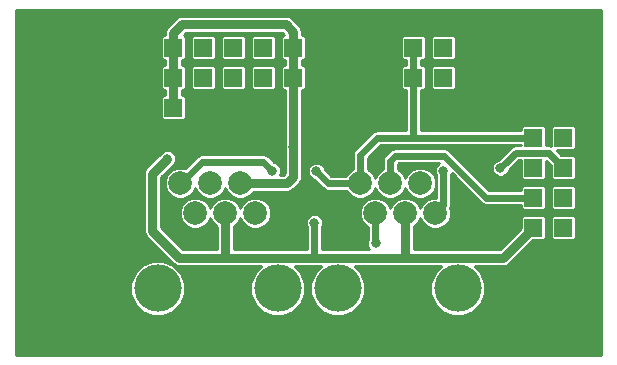
<source format=gbr>
G04 #@! TF.GenerationSoftware,KiCad,Pcbnew,no-vcs-found-7409~56~ubuntu16.04.1*
G04 #@! TF.CreationDate,2017-01-02T13:20:13+01:00*
G04 #@! TF.ProjectId,RJ12V01A,524A3132563031412E6B696361645F70,REV*
G04 #@! TF.FileFunction,Copper,L1,Top,Signal*
G04 #@! TF.FilePolarity,Positive*
%FSLAX46Y46*%
G04 Gerber Fmt 4.6, Leading zero omitted, Abs format (unit mm)*
G04 Created by KiCad (PCBNEW no-vcs-found-7409~56~ubuntu16.04.1) date Mon Jan  2 13:20:13 2017*
%MOMM*%
%LPD*%
G01*
G04 APERTURE LIST*
%ADD10C,0.150000*%
%ADD11C,6.000000*%
%ADD12R,1.524000X1.524000*%
%ADD13C,2.000000*%
%ADD14C,4.000000*%
%ADD15C,0.800000*%
%ADD16C,0.200000*%
%ADD17C,0.600000*%
%ADD18C,0.800000*%
%ADD19C,0.254000*%
G04 APERTURE END LIST*
D10*
D11*
X45720000Y25400000D03*
X5080000Y25400000D03*
X5080000Y5080000D03*
X45720000Y5080000D03*
D12*
X13970000Y26670000D03*
X13970000Y24130000D03*
X16510000Y26670000D03*
X16510000Y24130000D03*
X19050000Y24130000D03*
X19050000Y26670000D03*
X21590000Y26670000D03*
X21590000Y24130000D03*
X24130000Y24130000D03*
X24130000Y26670000D03*
X36830000Y26670000D03*
X36830000Y24130000D03*
X34290000Y26670000D03*
X34290000Y24130000D03*
X13970000Y21590000D03*
X11430000Y21590000D03*
X46990000Y19050000D03*
X44450000Y19050000D03*
X46990000Y16510000D03*
X44450000Y16510000D03*
D13*
X34869200Y15186500D03*
X32329200Y15186500D03*
X29789200Y15186500D03*
X31059200Y12646500D03*
X36139200Y12646500D03*
X33599200Y12646500D03*
D14*
X38049200Y6286500D03*
X27889200Y6286500D03*
X12649200Y6286500D03*
X22809200Y6286500D03*
D13*
X18359200Y12646500D03*
X20899200Y12646500D03*
X15819200Y12646500D03*
X14549200Y15186500D03*
X17089200Y15186500D03*
X19629200Y15186500D03*
D12*
X44450000Y13970000D03*
X46990000Y13970000D03*
X46990000Y11430000D03*
X44450000Y11430000D03*
X6350000Y11430000D03*
X3810000Y11430000D03*
X6350000Y13970000D03*
X3810000Y13970000D03*
X6350000Y16510000D03*
X3810000Y16510000D03*
X6350000Y19050000D03*
X3810000Y19050000D03*
D15*
X29210000Y11938012D03*
X28194000Y11938006D03*
X27178000Y11938008D03*
X24130000Y11937998D03*
X23114000Y11937988D03*
X16256000Y10922000D03*
X16764000Y10160000D03*
X15494000Y10160000D03*
X14986000Y11176000D03*
X13716000Y11176000D03*
X14478000Y10414000D03*
X12192000Y9398000D03*
X25908000Y11839700D03*
X13462000Y17272000D03*
X26060400Y16205200D03*
X22352000Y16256000D03*
X24130000Y18273087D03*
X41656000Y16459200D03*
X36830000Y16256000D03*
X31089602Y10109200D03*
D16*
X27178000Y11938008D02*
X28193998Y11938008D01*
X28193998Y11938008D02*
X28194000Y11938006D01*
X24129990Y11937988D02*
X24130000Y11937998D01*
X23114000Y11937988D02*
X24129990Y11937988D01*
D17*
X16110001Y10776001D02*
X16256000Y10922000D01*
X15385999Y10776001D02*
X16110001Y10776001D01*
X14986000Y11176000D02*
X15385999Y10776001D01*
X15494000Y10160000D02*
X16764000Y10160000D01*
X14478000Y10414000D02*
X13716000Y11176000D01*
X5080000Y5080000D02*
X9398000Y9398000D01*
X9398000Y9398000D02*
X12192000Y9398000D01*
D18*
X33528000Y8886501D02*
X33524501Y8890000D01*
X33524501Y8890000D02*
X29467499Y8890000D01*
X29467499Y8890000D02*
X29464000Y8886501D01*
X29464000Y8886501D02*
X29721499Y8886501D01*
X29464000Y8886501D02*
X25908000Y8886501D01*
X25908000Y8886501D02*
X18288000Y8886501D01*
D17*
X25908000Y11839700D02*
X25908000Y11274015D01*
X25908000Y11274015D02*
X25908000Y8886501D01*
D18*
X41906501Y8886501D02*
X33528000Y8886501D01*
X33528000Y8886501D02*
X33599200Y8957701D01*
X33599200Y8957701D02*
X33599200Y12646500D01*
X18288000Y8886501D02*
X14481499Y8886501D01*
X18288000Y8886501D02*
X18359200Y8957701D01*
X18359200Y8957701D02*
X18359200Y12646500D01*
X44450000Y11430000D02*
X41906501Y8886501D01*
X12949199Y16759199D02*
X13462000Y17272000D01*
X14481499Y8886501D02*
X12192000Y11176000D01*
X12192000Y11176000D02*
X12192000Y16002000D01*
X12192000Y16002000D02*
X12949199Y16759199D01*
D17*
X44450000Y13970000D02*
X40448002Y13970000D01*
X36892002Y17526000D02*
X32766000Y17526000D01*
X40448002Y13970000D02*
X36892002Y17526000D01*
X32766000Y17526000D02*
X32329200Y17089200D01*
X32329200Y17089200D02*
X32329200Y15186500D01*
X26460399Y15805201D02*
X26060400Y16205200D01*
X27079100Y15186500D02*
X26460399Y15805201D01*
X29789200Y15186500D02*
X27079100Y15186500D01*
X14549200Y15186500D02*
X14576900Y15186500D01*
X14576900Y15186500D02*
X16408400Y17018000D01*
X16408400Y17018000D02*
X21590000Y17018000D01*
X21590000Y17018000D02*
X22352000Y16256000D01*
X44450000Y19050000D02*
X34290000Y19050000D01*
X34290000Y19050000D02*
X31242000Y19050000D01*
X34290000Y24130000D02*
X34290000Y19050000D01*
X34290000Y26670000D02*
X34290000Y24130000D01*
X29789200Y17597200D02*
X29789200Y15186500D01*
X31242000Y19050000D02*
X29789200Y17597200D01*
D18*
X13970000Y26670000D02*
X13970000Y27889200D01*
X13970000Y27889200D02*
X14732000Y28651200D01*
X14732000Y28651200D02*
X23469600Y28651200D01*
X23469600Y28651200D02*
X24130000Y27990800D01*
X24130000Y27990800D02*
X24130000Y26670000D01*
X23568500Y15186500D02*
X24130000Y15748000D01*
X24130000Y15748000D02*
X24130000Y18273087D01*
X19629200Y15186500D02*
X23568500Y15186500D01*
X13970000Y24130000D02*
X13970000Y26670000D01*
X13970000Y21590000D02*
X13970000Y24130000D01*
X24130000Y26670000D02*
X24130000Y24130000D01*
X24130000Y18273087D02*
X24130000Y22568000D01*
X24130000Y22568000D02*
X24130000Y24130000D01*
D17*
X42055999Y16859199D02*
X41656000Y16459200D01*
X45727999Y17772001D02*
X42968801Y17772001D01*
X46990000Y16510000D02*
X45727999Y17772001D01*
X42968801Y17772001D02*
X42055999Y16859199D01*
X36830000Y16256000D02*
X36830000Y13337300D01*
X36830000Y13337300D02*
X36139200Y12646500D01*
X31059200Y12646500D02*
X31059200Y10139602D01*
X31059200Y10139602D02*
X31089602Y10109200D01*
D19*
G36*
X50144000Y656000D02*
X656000Y656000D01*
X656000Y5825662D01*
X10321797Y5825662D01*
X10675315Y4970082D01*
X11329339Y4314915D01*
X12184300Y3959904D01*
X13110038Y3959097D01*
X13965618Y4312615D01*
X14620785Y4966639D01*
X14975796Y5821600D01*
X14976603Y6747338D01*
X14623085Y7602918D01*
X13969061Y8258085D01*
X13114100Y8613096D01*
X12188362Y8613903D01*
X11332782Y8260385D01*
X10677615Y7606361D01*
X10322604Y6751400D01*
X10321797Y5825662D01*
X656000Y5825662D01*
X656000Y16002000D01*
X11464999Y16002000D01*
X11465000Y16001995D01*
X11465000Y11176005D01*
X11464999Y11176000D01*
X11477616Y11112574D01*
X11520340Y10897789D01*
X11656010Y10694743D01*
X11677933Y10661933D01*
X13967430Y8372437D01*
X13967432Y8372434D01*
X14065019Y8307229D01*
X14203289Y8214840D01*
X14481499Y8159500D01*
X14481504Y8159501D01*
X18287995Y8159501D01*
X18288000Y8159500D01*
X18288005Y8159501D01*
X21391722Y8159501D01*
X20837615Y7606361D01*
X20482604Y6751400D01*
X20481797Y5825662D01*
X20835315Y4970082D01*
X21489339Y4314915D01*
X22344300Y3959904D01*
X23270038Y3959097D01*
X24125618Y4312615D01*
X24780785Y4966639D01*
X25135796Y5821600D01*
X25136603Y6747338D01*
X24783085Y7602918D01*
X24227473Y8159501D01*
X26471722Y8159501D01*
X25917615Y7606361D01*
X25562604Y6751400D01*
X25561797Y5825662D01*
X25915315Y4970082D01*
X26569339Y4314915D01*
X27424300Y3959904D01*
X28350038Y3959097D01*
X29205618Y4312615D01*
X29860785Y4966639D01*
X30215796Y5821600D01*
X30216603Y6747338D01*
X29863085Y7602918D01*
X29307473Y8159501D01*
X29463995Y8159501D01*
X29464000Y8159500D01*
X29464005Y8159501D01*
X29721499Y8159501D01*
X29739090Y8163000D01*
X33510405Y8163000D01*
X33528000Y8159500D01*
X33528005Y8159501D01*
X36631722Y8159501D01*
X36077615Y7606361D01*
X35722604Y6751400D01*
X35721797Y5825662D01*
X36075315Y4970082D01*
X36729339Y4314915D01*
X37584300Y3959904D01*
X38510038Y3959097D01*
X39365618Y4312615D01*
X40020785Y4966639D01*
X40375796Y5821600D01*
X40376603Y6747338D01*
X40023085Y7602918D01*
X39467473Y8159501D01*
X41906496Y8159501D01*
X41906501Y8159500D01*
X42138553Y8205659D01*
X42184712Y8214841D01*
X42420568Y8372434D01*
X42420569Y8372435D01*
X44382727Y10334594D01*
X45212000Y10334594D01*
X45339589Y10359973D01*
X45447754Y10432246D01*
X45520027Y10540411D01*
X45545406Y10668000D01*
X45545406Y12192000D01*
X45894594Y12192000D01*
X45894594Y10668000D01*
X45919973Y10540411D01*
X45992246Y10432246D01*
X46100411Y10359973D01*
X46228000Y10334594D01*
X47752000Y10334594D01*
X47879589Y10359973D01*
X47987754Y10432246D01*
X48060027Y10540411D01*
X48085406Y10668000D01*
X48085406Y12192000D01*
X48060027Y12319589D01*
X47987754Y12427754D01*
X47879589Y12500027D01*
X47752000Y12525406D01*
X46228000Y12525406D01*
X46100411Y12500027D01*
X45992246Y12427754D01*
X45919973Y12319589D01*
X45894594Y12192000D01*
X45545406Y12192000D01*
X45520027Y12319589D01*
X45447754Y12427754D01*
X45339589Y12500027D01*
X45212000Y12525406D01*
X43688000Y12525406D01*
X43560411Y12500027D01*
X43452246Y12427754D01*
X43379973Y12319589D01*
X43354594Y12192000D01*
X43354594Y11362727D01*
X41605367Y9613501D01*
X34326200Y9613501D01*
X34326200Y11511075D01*
X34349903Y11520869D01*
X34723519Y11893834D01*
X34869309Y12244933D01*
X35013569Y11895797D01*
X35386534Y11522181D01*
X35874085Y11319731D01*
X36401998Y11319271D01*
X36889903Y11520869D01*
X37263519Y11893834D01*
X37465969Y12381385D01*
X37466429Y12909298D01*
X37396576Y13078356D01*
X37409273Y13097358D01*
X37457000Y13337300D01*
X37457000Y15870235D01*
X37516871Y16014419D01*
X40004646Y13526644D01*
X40208059Y13390728D01*
X40448002Y13343000D01*
X43354594Y13343000D01*
X43354594Y13208000D01*
X43379973Y13080411D01*
X43452246Y12972246D01*
X43560411Y12899973D01*
X43688000Y12874594D01*
X45212000Y12874594D01*
X45339589Y12899973D01*
X45447754Y12972246D01*
X45520027Y13080411D01*
X45545406Y13208000D01*
X45545406Y14732000D01*
X45894594Y14732000D01*
X45894594Y13208000D01*
X45919973Y13080411D01*
X45992246Y12972246D01*
X46100411Y12899973D01*
X46228000Y12874594D01*
X47752000Y12874594D01*
X47879589Y12899973D01*
X47987754Y12972246D01*
X48060027Y13080411D01*
X48085406Y13208000D01*
X48085406Y14732000D01*
X48060027Y14859589D01*
X47987754Y14967754D01*
X47879589Y15040027D01*
X47752000Y15065406D01*
X46228000Y15065406D01*
X46100411Y15040027D01*
X45992246Y14967754D01*
X45919973Y14859589D01*
X45894594Y14732000D01*
X45545406Y14732000D01*
X45520027Y14859589D01*
X45447754Y14967754D01*
X45339589Y15040027D01*
X45212000Y15065406D01*
X43688000Y15065406D01*
X43560411Y15040027D01*
X43452246Y14967754D01*
X43379973Y14859589D01*
X43354594Y14732000D01*
X43354594Y14597000D01*
X40707714Y14597000D01*
X37335358Y17969356D01*
X37131945Y18105272D01*
X36892002Y18153000D01*
X32766000Y18153000D01*
X32526057Y18105272D01*
X32322644Y17969356D01*
X31885844Y17532556D01*
X31749928Y17329143D01*
X31702200Y17089200D01*
X31702200Y16363244D01*
X31578497Y16312131D01*
X31204881Y15939166D01*
X31059091Y15588067D01*
X30914831Y15937203D01*
X30541866Y16310819D01*
X30416200Y16363000D01*
X30416200Y17337488D01*
X31501712Y18423000D01*
X43354594Y18423000D01*
X43354594Y18399001D01*
X42968801Y18399001D01*
X42728859Y18351274D01*
X42525445Y18215357D01*
X41485422Y17175334D01*
X41244725Y17075880D01*
X41040039Y16871550D01*
X40929126Y16604444D01*
X40928874Y16315225D01*
X41039320Y16047925D01*
X41243650Y15843239D01*
X41510756Y15732326D01*
X41799975Y15732074D01*
X42067275Y15842520D01*
X42271961Y16046850D01*
X42372511Y16288999D01*
X43228513Y17145001D01*
X43354594Y17145001D01*
X43354594Y15748000D01*
X43379973Y15620411D01*
X43452246Y15512246D01*
X43560411Y15439973D01*
X43688000Y15414594D01*
X45212000Y15414594D01*
X45339589Y15439973D01*
X45447754Y15512246D01*
X45520027Y15620411D01*
X45545406Y15748000D01*
X45545406Y17067882D01*
X45894594Y16718694D01*
X45894594Y15748000D01*
X45919973Y15620411D01*
X45992246Y15512246D01*
X46100411Y15439973D01*
X46228000Y15414594D01*
X47752000Y15414594D01*
X47879589Y15439973D01*
X47987754Y15512246D01*
X48060027Y15620411D01*
X48085406Y15748000D01*
X48085406Y17272000D01*
X48060027Y17399589D01*
X47987754Y17507754D01*
X47879589Y17580027D01*
X47752000Y17605406D01*
X46781306Y17605406D01*
X46432118Y17954594D01*
X47752000Y17954594D01*
X47879589Y17979973D01*
X47987754Y18052246D01*
X48060027Y18160411D01*
X48085406Y18288000D01*
X48085406Y19812000D01*
X48060027Y19939589D01*
X47987754Y20047754D01*
X47879589Y20120027D01*
X47752000Y20145406D01*
X46228000Y20145406D01*
X46100411Y20120027D01*
X45992246Y20047754D01*
X45919973Y19939589D01*
X45894594Y19812000D01*
X45894594Y18365863D01*
X45727999Y18399001D01*
X45545406Y18399001D01*
X45545406Y19812000D01*
X45520027Y19939589D01*
X45447754Y20047754D01*
X45339589Y20120027D01*
X45212000Y20145406D01*
X43688000Y20145406D01*
X43560411Y20120027D01*
X43452246Y20047754D01*
X43379973Y19939589D01*
X43354594Y19812000D01*
X43354594Y19677000D01*
X34917000Y19677000D01*
X34917000Y23034594D01*
X35052000Y23034594D01*
X35179589Y23059973D01*
X35287754Y23132246D01*
X35360027Y23240411D01*
X35385406Y23368000D01*
X35385406Y24892000D01*
X35734594Y24892000D01*
X35734594Y23368000D01*
X35759973Y23240411D01*
X35832246Y23132246D01*
X35940411Y23059973D01*
X36068000Y23034594D01*
X37592000Y23034594D01*
X37719589Y23059973D01*
X37827754Y23132246D01*
X37900027Y23240411D01*
X37925406Y23368000D01*
X37925406Y24892000D01*
X37900027Y25019589D01*
X37827754Y25127754D01*
X37719589Y25200027D01*
X37592000Y25225406D01*
X36068000Y25225406D01*
X35940411Y25200027D01*
X35832246Y25127754D01*
X35759973Y25019589D01*
X35734594Y24892000D01*
X35385406Y24892000D01*
X35360027Y25019589D01*
X35287754Y25127754D01*
X35179589Y25200027D01*
X35052000Y25225406D01*
X34917000Y25225406D01*
X34917000Y25574594D01*
X35052000Y25574594D01*
X35179589Y25599973D01*
X35287754Y25672246D01*
X35360027Y25780411D01*
X35385406Y25908000D01*
X35385406Y27432000D01*
X35734594Y27432000D01*
X35734594Y25908000D01*
X35759973Y25780411D01*
X35832246Y25672246D01*
X35940411Y25599973D01*
X36068000Y25574594D01*
X37592000Y25574594D01*
X37719589Y25599973D01*
X37827754Y25672246D01*
X37900027Y25780411D01*
X37925406Y25908000D01*
X37925406Y27432000D01*
X37900027Y27559589D01*
X37827754Y27667754D01*
X37719589Y27740027D01*
X37592000Y27765406D01*
X36068000Y27765406D01*
X35940411Y27740027D01*
X35832246Y27667754D01*
X35759973Y27559589D01*
X35734594Y27432000D01*
X35385406Y27432000D01*
X35360027Y27559589D01*
X35287754Y27667754D01*
X35179589Y27740027D01*
X35052000Y27765406D01*
X33528000Y27765406D01*
X33400411Y27740027D01*
X33292246Y27667754D01*
X33219973Y27559589D01*
X33194594Y27432000D01*
X33194594Y25908000D01*
X33219973Y25780411D01*
X33292246Y25672246D01*
X33400411Y25599973D01*
X33528000Y25574594D01*
X33663000Y25574594D01*
X33663000Y25225406D01*
X33528000Y25225406D01*
X33400411Y25200027D01*
X33292246Y25127754D01*
X33219973Y25019589D01*
X33194594Y24892000D01*
X33194594Y23368000D01*
X33219973Y23240411D01*
X33292246Y23132246D01*
X33400411Y23059973D01*
X33528000Y23034594D01*
X33663000Y23034594D01*
X33663000Y19677000D01*
X31242000Y19677000D01*
X31002057Y19629272D01*
X30798644Y19493356D01*
X29345844Y18040556D01*
X29209928Y17837143D01*
X29162200Y17597200D01*
X29162200Y16363244D01*
X29038497Y16312131D01*
X28664881Y15939166D01*
X28612700Y15813500D01*
X27338812Y15813500D01*
X26776534Y16375778D01*
X26677080Y16616475D01*
X26472750Y16821161D01*
X26205644Y16932074D01*
X25916425Y16932326D01*
X25649125Y16821880D01*
X25444439Y16617550D01*
X25333526Y16350444D01*
X25333274Y16061225D01*
X25443720Y15793925D01*
X25648050Y15589239D01*
X25890199Y15488689D01*
X26635744Y14743144D01*
X26839157Y14607228D01*
X27079100Y14559500D01*
X28612456Y14559500D01*
X28663569Y14435797D01*
X29036534Y14062181D01*
X29524085Y13859731D01*
X30051998Y13859271D01*
X30539903Y14060869D01*
X30913519Y14433834D01*
X31059309Y14784933D01*
X31203569Y14435797D01*
X31576534Y14062181D01*
X32064085Y13859731D01*
X32591998Y13859271D01*
X33079903Y14060869D01*
X33453519Y14433834D01*
X33599309Y14784933D01*
X33743569Y14435797D01*
X34116534Y14062181D01*
X34604085Y13859731D01*
X35131998Y13859271D01*
X35619903Y14060869D01*
X35993519Y14433834D01*
X36195969Y14921385D01*
X36196429Y15449298D01*
X35994831Y15937203D01*
X35621866Y16310819D01*
X35134315Y16513269D01*
X34606402Y16513729D01*
X34118497Y16312131D01*
X33744881Y15939166D01*
X33599091Y15588067D01*
X33454831Y15937203D01*
X33081866Y16310819D01*
X32956200Y16363000D01*
X32956200Y16829488D01*
X33025712Y16899000D01*
X36482424Y16899000D01*
X36418725Y16872680D01*
X36214039Y16668350D01*
X36103126Y16401244D01*
X36102874Y16112025D01*
X36203000Y15869701D01*
X36203000Y13973444D01*
X35876402Y13973729D01*
X35388497Y13772131D01*
X35014881Y13399166D01*
X34869091Y13048067D01*
X34724831Y13397203D01*
X34351866Y13770819D01*
X33864315Y13973269D01*
X33336402Y13973729D01*
X32848497Y13772131D01*
X32474881Y13399166D01*
X32329091Y13048067D01*
X32184831Y13397203D01*
X31811866Y13770819D01*
X31324315Y13973269D01*
X30796402Y13973729D01*
X30308497Y13772131D01*
X29934881Y13399166D01*
X29732431Y12911615D01*
X29731971Y12383702D01*
X29933569Y11895797D01*
X30306534Y11522181D01*
X30432200Y11470000D01*
X30432200Y10421750D01*
X30362728Y10254444D01*
X30362476Y9965225D01*
X30472922Y9697925D01*
X30553706Y9617000D01*
X29467499Y9617000D01*
X29449908Y9613501D01*
X26535000Y9613501D01*
X26535000Y11453935D01*
X26634874Y11694456D01*
X26635126Y11983675D01*
X26524680Y12250975D01*
X26320350Y12455661D01*
X26053244Y12566574D01*
X25764025Y12566826D01*
X25496725Y12456380D01*
X25292039Y12252050D01*
X25181126Y11984944D01*
X25180874Y11695725D01*
X25281000Y11453401D01*
X25281000Y9613501D01*
X19086200Y9613501D01*
X19086200Y11511075D01*
X19109903Y11520869D01*
X19483519Y11893834D01*
X19629309Y12244933D01*
X19773569Y11895797D01*
X20146534Y11522181D01*
X20634085Y11319731D01*
X21161998Y11319271D01*
X21649903Y11520869D01*
X22023519Y11893834D01*
X22225969Y12381385D01*
X22226429Y12909298D01*
X22024831Y13397203D01*
X21651866Y13770819D01*
X21164315Y13973269D01*
X20636402Y13973729D01*
X20148497Y13772131D01*
X19774881Y13399166D01*
X19629091Y13048067D01*
X19484831Y13397203D01*
X19111866Y13770819D01*
X18624315Y13973269D01*
X18096402Y13973729D01*
X17608497Y13772131D01*
X17234881Y13399166D01*
X17089091Y13048067D01*
X16944831Y13397203D01*
X16571866Y13770819D01*
X16084315Y13973269D01*
X15556402Y13973729D01*
X15068497Y13772131D01*
X14694881Y13399166D01*
X14492431Y12911615D01*
X14491971Y12383702D01*
X14693569Y11895797D01*
X15066534Y11522181D01*
X15554085Y11319731D01*
X16081998Y11319271D01*
X16569903Y11520869D01*
X16943519Y11893834D01*
X17089309Y12244933D01*
X17233569Y11895797D01*
X17606534Y11522181D01*
X17632200Y11511523D01*
X17632200Y9613501D01*
X14782632Y9613501D01*
X12919000Y11477134D01*
X12919000Y15700866D01*
X13976067Y16757933D01*
X13976067Y16757934D01*
X14077961Y16859650D01*
X14188874Y17126756D01*
X14189126Y17415975D01*
X14078680Y17683275D01*
X13874350Y17887961D01*
X13607244Y17998874D01*
X13318025Y17999126D01*
X13050725Y17888680D01*
X12846039Y17684350D01*
X12845913Y17684047D01*
X11677933Y16516067D01*
X11520340Y16280211D01*
X11516731Y16262067D01*
X11464999Y16002000D01*
X656000Y16002000D01*
X656000Y27432000D01*
X12874594Y27432000D01*
X12874594Y25908000D01*
X12899973Y25780411D01*
X12972246Y25672246D01*
X13080411Y25599973D01*
X13208000Y25574594D01*
X13243000Y25574594D01*
X13243000Y25225406D01*
X13208000Y25225406D01*
X13080411Y25200027D01*
X12972246Y25127754D01*
X12899973Y25019589D01*
X12874594Y24892000D01*
X12874594Y23368000D01*
X12899973Y23240411D01*
X12972246Y23132246D01*
X13080411Y23059973D01*
X13208000Y23034594D01*
X13243000Y23034594D01*
X13243000Y22685406D01*
X13208000Y22685406D01*
X13080411Y22660027D01*
X12972246Y22587754D01*
X12899973Y22479589D01*
X12874594Y22352000D01*
X12874594Y20828000D01*
X12899973Y20700411D01*
X12972246Y20592246D01*
X13080411Y20519973D01*
X13208000Y20494594D01*
X14732000Y20494594D01*
X14859589Y20519973D01*
X14967754Y20592246D01*
X15040027Y20700411D01*
X15065406Y20828000D01*
X15065406Y22352000D01*
X15040027Y22479589D01*
X14967754Y22587754D01*
X14859589Y22660027D01*
X14732000Y22685406D01*
X14697000Y22685406D01*
X14697000Y23034594D01*
X14732000Y23034594D01*
X14859589Y23059973D01*
X14967754Y23132246D01*
X15040027Y23240411D01*
X15065406Y23368000D01*
X15065406Y24892000D01*
X15414594Y24892000D01*
X15414594Y23368000D01*
X15439973Y23240411D01*
X15512246Y23132246D01*
X15620411Y23059973D01*
X15748000Y23034594D01*
X17272000Y23034594D01*
X17399589Y23059973D01*
X17507754Y23132246D01*
X17580027Y23240411D01*
X17605406Y23368000D01*
X17605406Y24892000D01*
X17954594Y24892000D01*
X17954594Y23368000D01*
X17979973Y23240411D01*
X18052246Y23132246D01*
X18160411Y23059973D01*
X18288000Y23034594D01*
X19812000Y23034594D01*
X19939589Y23059973D01*
X20047754Y23132246D01*
X20120027Y23240411D01*
X20145406Y23368000D01*
X20145406Y24892000D01*
X20494594Y24892000D01*
X20494594Y23368000D01*
X20519973Y23240411D01*
X20592246Y23132246D01*
X20700411Y23059973D01*
X20828000Y23034594D01*
X22352000Y23034594D01*
X22479589Y23059973D01*
X22587754Y23132246D01*
X22660027Y23240411D01*
X22685406Y23368000D01*
X22685406Y24892000D01*
X22660027Y25019589D01*
X22587754Y25127754D01*
X22479589Y25200027D01*
X22352000Y25225406D01*
X20828000Y25225406D01*
X20700411Y25200027D01*
X20592246Y25127754D01*
X20519973Y25019589D01*
X20494594Y24892000D01*
X20145406Y24892000D01*
X20120027Y25019589D01*
X20047754Y25127754D01*
X19939589Y25200027D01*
X19812000Y25225406D01*
X18288000Y25225406D01*
X18160411Y25200027D01*
X18052246Y25127754D01*
X17979973Y25019589D01*
X17954594Y24892000D01*
X17605406Y24892000D01*
X17580027Y25019589D01*
X17507754Y25127754D01*
X17399589Y25200027D01*
X17272000Y25225406D01*
X15748000Y25225406D01*
X15620411Y25200027D01*
X15512246Y25127754D01*
X15439973Y25019589D01*
X15414594Y24892000D01*
X15065406Y24892000D01*
X15040027Y25019589D01*
X14967754Y25127754D01*
X14859589Y25200027D01*
X14732000Y25225406D01*
X14697000Y25225406D01*
X14697000Y25574594D01*
X14732000Y25574594D01*
X14859589Y25599973D01*
X14967754Y25672246D01*
X15040027Y25780411D01*
X15065406Y25908000D01*
X15065406Y27432000D01*
X15414594Y27432000D01*
X15414594Y25908000D01*
X15439973Y25780411D01*
X15512246Y25672246D01*
X15620411Y25599973D01*
X15748000Y25574594D01*
X17272000Y25574594D01*
X17399589Y25599973D01*
X17507754Y25672246D01*
X17580027Y25780411D01*
X17605406Y25908000D01*
X17605406Y27432000D01*
X17954594Y27432000D01*
X17954594Y25908000D01*
X17979973Y25780411D01*
X18052246Y25672246D01*
X18160411Y25599973D01*
X18288000Y25574594D01*
X19812000Y25574594D01*
X19939589Y25599973D01*
X20047754Y25672246D01*
X20120027Y25780411D01*
X20145406Y25908000D01*
X20145406Y27432000D01*
X20494594Y27432000D01*
X20494594Y25908000D01*
X20519973Y25780411D01*
X20592246Y25672246D01*
X20700411Y25599973D01*
X20828000Y25574594D01*
X22352000Y25574594D01*
X22479589Y25599973D01*
X22587754Y25672246D01*
X22660027Y25780411D01*
X22685406Y25908000D01*
X22685406Y27432000D01*
X22660027Y27559589D01*
X22587754Y27667754D01*
X22479589Y27740027D01*
X22352000Y27765406D01*
X20828000Y27765406D01*
X20700411Y27740027D01*
X20592246Y27667754D01*
X20519973Y27559589D01*
X20494594Y27432000D01*
X20145406Y27432000D01*
X20120027Y27559589D01*
X20047754Y27667754D01*
X19939589Y27740027D01*
X19812000Y27765406D01*
X18288000Y27765406D01*
X18160411Y27740027D01*
X18052246Y27667754D01*
X17979973Y27559589D01*
X17954594Y27432000D01*
X17605406Y27432000D01*
X17580027Y27559589D01*
X17507754Y27667754D01*
X17399589Y27740027D01*
X17272000Y27765406D01*
X15748000Y27765406D01*
X15620411Y27740027D01*
X15512246Y27667754D01*
X15439973Y27559589D01*
X15414594Y27432000D01*
X15065406Y27432000D01*
X15040027Y27559589D01*
X14967754Y27667754D01*
X14859589Y27740027D01*
X14850724Y27741790D01*
X15033133Y27924200D01*
X23168466Y27924200D01*
X23334020Y27758647D01*
X23240411Y27740027D01*
X23132246Y27667754D01*
X23059973Y27559589D01*
X23034594Y27432000D01*
X23034594Y25908000D01*
X23059973Y25780411D01*
X23132246Y25672246D01*
X23240411Y25599973D01*
X23368000Y25574594D01*
X23403000Y25574594D01*
X23403000Y25225406D01*
X23368000Y25225406D01*
X23240411Y25200027D01*
X23132246Y25127754D01*
X23059973Y25019589D01*
X23034594Y24892000D01*
X23034594Y23368000D01*
X23059973Y23240411D01*
X23132246Y23132246D01*
X23240411Y23059973D01*
X23368000Y23034594D01*
X23403000Y23034594D01*
X23403000Y18273722D01*
X23402874Y18129112D01*
X23403000Y18128807D01*
X23403000Y16049134D01*
X23267366Y15913500D01*
X22996965Y15913500D01*
X23078874Y16110756D01*
X23079126Y16399975D01*
X22968680Y16667275D01*
X22764350Y16871961D01*
X22522201Y16972511D01*
X22033356Y17461356D01*
X21936609Y17526000D01*
X21829943Y17597272D01*
X21590000Y17645000D01*
X16408400Y17645000D01*
X16168457Y17597272D01*
X16061791Y17526000D01*
X15965044Y17461356D01*
X14957501Y16453813D01*
X14814315Y16513269D01*
X14286402Y16513729D01*
X13798497Y16312131D01*
X13424881Y15939166D01*
X13222431Y15451615D01*
X13221971Y14923702D01*
X13423569Y14435797D01*
X13796534Y14062181D01*
X14284085Y13859731D01*
X14811998Y13859271D01*
X15299903Y14060869D01*
X15673519Y14433834D01*
X15819309Y14784933D01*
X15963569Y14435797D01*
X16336534Y14062181D01*
X16824085Y13859731D01*
X17351998Y13859271D01*
X17839903Y14060869D01*
X18213519Y14433834D01*
X18359309Y14784933D01*
X18503569Y14435797D01*
X18876534Y14062181D01*
X19364085Y13859731D01*
X19891998Y13859271D01*
X20379903Y14060869D01*
X20753519Y14433834D01*
X20764177Y14459500D01*
X23568495Y14459500D01*
X23568500Y14459499D01*
X23800552Y14505658D01*
X23846711Y14514840D01*
X24082567Y14672433D01*
X24644067Y15233933D01*
X24671506Y15274999D01*
X24801660Y15469789D01*
X24813463Y15529126D01*
X24857001Y15748000D01*
X24857000Y15748005D01*
X24857000Y18272453D01*
X24857126Y18417062D01*
X24857000Y18417367D01*
X24857000Y23034594D01*
X24892000Y23034594D01*
X25019589Y23059973D01*
X25127754Y23132246D01*
X25200027Y23240411D01*
X25225406Y23368000D01*
X25225406Y24892000D01*
X25200027Y25019589D01*
X25127754Y25127754D01*
X25019589Y25200027D01*
X24892000Y25225406D01*
X24857000Y25225406D01*
X24857000Y25574594D01*
X24892000Y25574594D01*
X25019589Y25599973D01*
X25127754Y25672246D01*
X25200027Y25780411D01*
X25225406Y25908000D01*
X25225406Y27432000D01*
X25200027Y27559589D01*
X25127754Y27667754D01*
X25019589Y27740027D01*
X24892000Y27765406D01*
X24857000Y27765406D01*
X24857000Y27990795D01*
X24857001Y27990800D01*
X24801660Y28269010D01*
X24801660Y28269011D01*
X24644067Y28504867D01*
X24644064Y28504869D01*
X23983667Y29165267D01*
X23747811Y29322860D01*
X23701652Y29332042D01*
X23469600Y29378201D01*
X23469595Y29378200D01*
X14732005Y29378200D01*
X14732000Y29378201D01*
X14499948Y29332042D01*
X14453789Y29322860D01*
X14217933Y29165267D01*
X14217931Y29165264D01*
X13455933Y28403267D01*
X13298340Y28167411D01*
X13292317Y28137133D01*
X13242999Y27889200D01*
X13243000Y27889195D01*
X13243000Y27765406D01*
X13208000Y27765406D01*
X13080411Y27740027D01*
X12972246Y27667754D01*
X12899973Y27559589D01*
X12874594Y27432000D01*
X656000Y27432000D01*
X656000Y29824000D01*
X50144000Y29824000D01*
X50144000Y656000D01*
X50144000Y656000D01*
G37*
X50144000Y656000D02*
X656000Y656000D01*
X656000Y5825662D01*
X10321797Y5825662D01*
X10675315Y4970082D01*
X11329339Y4314915D01*
X12184300Y3959904D01*
X13110038Y3959097D01*
X13965618Y4312615D01*
X14620785Y4966639D01*
X14975796Y5821600D01*
X14976603Y6747338D01*
X14623085Y7602918D01*
X13969061Y8258085D01*
X13114100Y8613096D01*
X12188362Y8613903D01*
X11332782Y8260385D01*
X10677615Y7606361D01*
X10322604Y6751400D01*
X10321797Y5825662D01*
X656000Y5825662D01*
X656000Y16002000D01*
X11464999Y16002000D01*
X11465000Y16001995D01*
X11465000Y11176005D01*
X11464999Y11176000D01*
X11477616Y11112574D01*
X11520340Y10897789D01*
X11656010Y10694743D01*
X11677933Y10661933D01*
X13967430Y8372437D01*
X13967432Y8372434D01*
X14065019Y8307229D01*
X14203289Y8214840D01*
X14481499Y8159500D01*
X14481504Y8159501D01*
X18287995Y8159501D01*
X18288000Y8159500D01*
X18288005Y8159501D01*
X21391722Y8159501D01*
X20837615Y7606361D01*
X20482604Y6751400D01*
X20481797Y5825662D01*
X20835315Y4970082D01*
X21489339Y4314915D01*
X22344300Y3959904D01*
X23270038Y3959097D01*
X24125618Y4312615D01*
X24780785Y4966639D01*
X25135796Y5821600D01*
X25136603Y6747338D01*
X24783085Y7602918D01*
X24227473Y8159501D01*
X26471722Y8159501D01*
X25917615Y7606361D01*
X25562604Y6751400D01*
X25561797Y5825662D01*
X25915315Y4970082D01*
X26569339Y4314915D01*
X27424300Y3959904D01*
X28350038Y3959097D01*
X29205618Y4312615D01*
X29860785Y4966639D01*
X30215796Y5821600D01*
X30216603Y6747338D01*
X29863085Y7602918D01*
X29307473Y8159501D01*
X29463995Y8159501D01*
X29464000Y8159500D01*
X29464005Y8159501D01*
X29721499Y8159501D01*
X29739090Y8163000D01*
X33510405Y8163000D01*
X33528000Y8159500D01*
X33528005Y8159501D01*
X36631722Y8159501D01*
X36077615Y7606361D01*
X35722604Y6751400D01*
X35721797Y5825662D01*
X36075315Y4970082D01*
X36729339Y4314915D01*
X37584300Y3959904D01*
X38510038Y3959097D01*
X39365618Y4312615D01*
X40020785Y4966639D01*
X40375796Y5821600D01*
X40376603Y6747338D01*
X40023085Y7602918D01*
X39467473Y8159501D01*
X41906496Y8159501D01*
X41906501Y8159500D01*
X42138553Y8205659D01*
X42184712Y8214841D01*
X42420568Y8372434D01*
X42420569Y8372435D01*
X44382727Y10334594D01*
X45212000Y10334594D01*
X45339589Y10359973D01*
X45447754Y10432246D01*
X45520027Y10540411D01*
X45545406Y10668000D01*
X45545406Y12192000D01*
X45894594Y12192000D01*
X45894594Y10668000D01*
X45919973Y10540411D01*
X45992246Y10432246D01*
X46100411Y10359973D01*
X46228000Y10334594D01*
X47752000Y10334594D01*
X47879589Y10359973D01*
X47987754Y10432246D01*
X48060027Y10540411D01*
X48085406Y10668000D01*
X48085406Y12192000D01*
X48060027Y12319589D01*
X47987754Y12427754D01*
X47879589Y12500027D01*
X47752000Y12525406D01*
X46228000Y12525406D01*
X46100411Y12500027D01*
X45992246Y12427754D01*
X45919973Y12319589D01*
X45894594Y12192000D01*
X45545406Y12192000D01*
X45520027Y12319589D01*
X45447754Y12427754D01*
X45339589Y12500027D01*
X45212000Y12525406D01*
X43688000Y12525406D01*
X43560411Y12500027D01*
X43452246Y12427754D01*
X43379973Y12319589D01*
X43354594Y12192000D01*
X43354594Y11362727D01*
X41605367Y9613501D01*
X34326200Y9613501D01*
X34326200Y11511075D01*
X34349903Y11520869D01*
X34723519Y11893834D01*
X34869309Y12244933D01*
X35013569Y11895797D01*
X35386534Y11522181D01*
X35874085Y11319731D01*
X36401998Y11319271D01*
X36889903Y11520869D01*
X37263519Y11893834D01*
X37465969Y12381385D01*
X37466429Y12909298D01*
X37396576Y13078356D01*
X37409273Y13097358D01*
X37457000Y13337300D01*
X37457000Y15870235D01*
X37516871Y16014419D01*
X40004646Y13526644D01*
X40208059Y13390728D01*
X40448002Y13343000D01*
X43354594Y13343000D01*
X43354594Y13208000D01*
X43379973Y13080411D01*
X43452246Y12972246D01*
X43560411Y12899973D01*
X43688000Y12874594D01*
X45212000Y12874594D01*
X45339589Y12899973D01*
X45447754Y12972246D01*
X45520027Y13080411D01*
X45545406Y13208000D01*
X45545406Y14732000D01*
X45894594Y14732000D01*
X45894594Y13208000D01*
X45919973Y13080411D01*
X45992246Y12972246D01*
X46100411Y12899973D01*
X46228000Y12874594D01*
X47752000Y12874594D01*
X47879589Y12899973D01*
X47987754Y12972246D01*
X48060027Y13080411D01*
X48085406Y13208000D01*
X48085406Y14732000D01*
X48060027Y14859589D01*
X47987754Y14967754D01*
X47879589Y15040027D01*
X47752000Y15065406D01*
X46228000Y15065406D01*
X46100411Y15040027D01*
X45992246Y14967754D01*
X45919973Y14859589D01*
X45894594Y14732000D01*
X45545406Y14732000D01*
X45520027Y14859589D01*
X45447754Y14967754D01*
X45339589Y15040027D01*
X45212000Y15065406D01*
X43688000Y15065406D01*
X43560411Y15040027D01*
X43452246Y14967754D01*
X43379973Y14859589D01*
X43354594Y14732000D01*
X43354594Y14597000D01*
X40707714Y14597000D01*
X37335358Y17969356D01*
X37131945Y18105272D01*
X36892002Y18153000D01*
X32766000Y18153000D01*
X32526057Y18105272D01*
X32322644Y17969356D01*
X31885844Y17532556D01*
X31749928Y17329143D01*
X31702200Y17089200D01*
X31702200Y16363244D01*
X31578497Y16312131D01*
X31204881Y15939166D01*
X31059091Y15588067D01*
X30914831Y15937203D01*
X30541866Y16310819D01*
X30416200Y16363000D01*
X30416200Y17337488D01*
X31501712Y18423000D01*
X43354594Y18423000D01*
X43354594Y18399001D01*
X42968801Y18399001D01*
X42728859Y18351274D01*
X42525445Y18215357D01*
X41485422Y17175334D01*
X41244725Y17075880D01*
X41040039Y16871550D01*
X40929126Y16604444D01*
X40928874Y16315225D01*
X41039320Y16047925D01*
X41243650Y15843239D01*
X41510756Y15732326D01*
X41799975Y15732074D01*
X42067275Y15842520D01*
X42271961Y16046850D01*
X42372511Y16288999D01*
X43228513Y17145001D01*
X43354594Y17145001D01*
X43354594Y15748000D01*
X43379973Y15620411D01*
X43452246Y15512246D01*
X43560411Y15439973D01*
X43688000Y15414594D01*
X45212000Y15414594D01*
X45339589Y15439973D01*
X45447754Y15512246D01*
X45520027Y15620411D01*
X45545406Y15748000D01*
X45545406Y17067882D01*
X45894594Y16718694D01*
X45894594Y15748000D01*
X45919973Y15620411D01*
X45992246Y15512246D01*
X46100411Y15439973D01*
X46228000Y15414594D01*
X47752000Y15414594D01*
X47879589Y15439973D01*
X47987754Y15512246D01*
X48060027Y15620411D01*
X48085406Y15748000D01*
X48085406Y17272000D01*
X48060027Y17399589D01*
X47987754Y17507754D01*
X47879589Y17580027D01*
X47752000Y17605406D01*
X46781306Y17605406D01*
X46432118Y17954594D01*
X47752000Y17954594D01*
X47879589Y17979973D01*
X47987754Y18052246D01*
X48060027Y18160411D01*
X48085406Y18288000D01*
X48085406Y19812000D01*
X48060027Y19939589D01*
X47987754Y20047754D01*
X47879589Y20120027D01*
X47752000Y20145406D01*
X46228000Y20145406D01*
X46100411Y20120027D01*
X45992246Y20047754D01*
X45919973Y19939589D01*
X45894594Y19812000D01*
X45894594Y18365863D01*
X45727999Y18399001D01*
X45545406Y18399001D01*
X45545406Y19812000D01*
X45520027Y19939589D01*
X45447754Y20047754D01*
X45339589Y20120027D01*
X45212000Y20145406D01*
X43688000Y20145406D01*
X43560411Y20120027D01*
X43452246Y20047754D01*
X43379973Y19939589D01*
X43354594Y19812000D01*
X43354594Y19677000D01*
X34917000Y19677000D01*
X34917000Y23034594D01*
X35052000Y23034594D01*
X35179589Y23059973D01*
X35287754Y23132246D01*
X35360027Y23240411D01*
X35385406Y23368000D01*
X35385406Y24892000D01*
X35734594Y24892000D01*
X35734594Y23368000D01*
X35759973Y23240411D01*
X35832246Y23132246D01*
X35940411Y23059973D01*
X36068000Y23034594D01*
X37592000Y23034594D01*
X37719589Y23059973D01*
X37827754Y23132246D01*
X37900027Y23240411D01*
X37925406Y23368000D01*
X37925406Y24892000D01*
X37900027Y25019589D01*
X37827754Y25127754D01*
X37719589Y25200027D01*
X37592000Y25225406D01*
X36068000Y25225406D01*
X35940411Y25200027D01*
X35832246Y25127754D01*
X35759973Y25019589D01*
X35734594Y24892000D01*
X35385406Y24892000D01*
X35360027Y25019589D01*
X35287754Y25127754D01*
X35179589Y25200027D01*
X35052000Y25225406D01*
X34917000Y25225406D01*
X34917000Y25574594D01*
X35052000Y25574594D01*
X35179589Y25599973D01*
X35287754Y25672246D01*
X35360027Y25780411D01*
X35385406Y25908000D01*
X35385406Y27432000D01*
X35734594Y27432000D01*
X35734594Y25908000D01*
X35759973Y25780411D01*
X35832246Y25672246D01*
X35940411Y25599973D01*
X36068000Y25574594D01*
X37592000Y25574594D01*
X37719589Y25599973D01*
X37827754Y25672246D01*
X37900027Y25780411D01*
X37925406Y25908000D01*
X37925406Y27432000D01*
X37900027Y27559589D01*
X37827754Y27667754D01*
X37719589Y27740027D01*
X37592000Y27765406D01*
X36068000Y27765406D01*
X35940411Y27740027D01*
X35832246Y27667754D01*
X35759973Y27559589D01*
X35734594Y27432000D01*
X35385406Y27432000D01*
X35360027Y27559589D01*
X35287754Y27667754D01*
X35179589Y27740027D01*
X35052000Y27765406D01*
X33528000Y27765406D01*
X33400411Y27740027D01*
X33292246Y27667754D01*
X33219973Y27559589D01*
X33194594Y27432000D01*
X33194594Y25908000D01*
X33219973Y25780411D01*
X33292246Y25672246D01*
X33400411Y25599973D01*
X33528000Y25574594D01*
X33663000Y25574594D01*
X33663000Y25225406D01*
X33528000Y25225406D01*
X33400411Y25200027D01*
X33292246Y25127754D01*
X33219973Y25019589D01*
X33194594Y24892000D01*
X33194594Y23368000D01*
X33219973Y23240411D01*
X33292246Y23132246D01*
X33400411Y23059973D01*
X33528000Y23034594D01*
X33663000Y23034594D01*
X33663000Y19677000D01*
X31242000Y19677000D01*
X31002057Y19629272D01*
X30798644Y19493356D01*
X29345844Y18040556D01*
X29209928Y17837143D01*
X29162200Y17597200D01*
X29162200Y16363244D01*
X29038497Y16312131D01*
X28664881Y15939166D01*
X28612700Y15813500D01*
X27338812Y15813500D01*
X26776534Y16375778D01*
X26677080Y16616475D01*
X26472750Y16821161D01*
X26205644Y16932074D01*
X25916425Y16932326D01*
X25649125Y16821880D01*
X25444439Y16617550D01*
X25333526Y16350444D01*
X25333274Y16061225D01*
X25443720Y15793925D01*
X25648050Y15589239D01*
X25890199Y15488689D01*
X26635744Y14743144D01*
X26839157Y14607228D01*
X27079100Y14559500D01*
X28612456Y14559500D01*
X28663569Y14435797D01*
X29036534Y14062181D01*
X29524085Y13859731D01*
X30051998Y13859271D01*
X30539903Y14060869D01*
X30913519Y14433834D01*
X31059309Y14784933D01*
X31203569Y14435797D01*
X31576534Y14062181D01*
X32064085Y13859731D01*
X32591998Y13859271D01*
X33079903Y14060869D01*
X33453519Y14433834D01*
X33599309Y14784933D01*
X33743569Y14435797D01*
X34116534Y14062181D01*
X34604085Y13859731D01*
X35131998Y13859271D01*
X35619903Y14060869D01*
X35993519Y14433834D01*
X36195969Y14921385D01*
X36196429Y15449298D01*
X35994831Y15937203D01*
X35621866Y16310819D01*
X35134315Y16513269D01*
X34606402Y16513729D01*
X34118497Y16312131D01*
X33744881Y15939166D01*
X33599091Y15588067D01*
X33454831Y15937203D01*
X33081866Y16310819D01*
X32956200Y16363000D01*
X32956200Y16829488D01*
X33025712Y16899000D01*
X36482424Y16899000D01*
X36418725Y16872680D01*
X36214039Y16668350D01*
X36103126Y16401244D01*
X36102874Y16112025D01*
X36203000Y15869701D01*
X36203000Y13973444D01*
X35876402Y13973729D01*
X35388497Y13772131D01*
X35014881Y13399166D01*
X34869091Y13048067D01*
X34724831Y13397203D01*
X34351866Y13770819D01*
X33864315Y13973269D01*
X33336402Y13973729D01*
X32848497Y13772131D01*
X32474881Y13399166D01*
X32329091Y13048067D01*
X32184831Y13397203D01*
X31811866Y13770819D01*
X31324315Y13973269D01*
X30796402Y13973729D01*
X30308497Y13772131D01*
X29934881Y13399166D01*
X29732431Y12911615D01*
X29731971Y12383702D01*
X29933569Y11895797D01*
X30306534Y11522181D01*
X30432200Y11470000D01*
X30432200Y10421750D01*
X30362728Y10254444D01*
X30362476Y9965225D01*
X30472922Y9697925D01*
X30553706Y9617000D01*
X29467499Y9617000D01*
X29449908Y9613501D01*
X26535000Y9613501D01*
X26535000Y11453935D01*
X26634874Y11694456D01*
X26635126Y11983675D01*
X26524680Y12250975D01*
X26320350Y12455661D01*
X26053244Y12566574D01*
X25764025Y12566826D01*
X25496725Y12456380D01*
X25292039Y12252050D01*
X25181126Y11984944D01*
X25180874Y11695725D01*
X25281000Y11453401D01*
X25281000Y9613501D01*
X19086200Y9613501D01*
X19086200Y11511075D01*
X19109903Y11520869D01*
X19483519Y11893834D01*
X19629309Y12244933D01*
X19773569Y11895797D01*
X20146534Y11522181D01*
X20634085Y11319731D01*
X21161998Y11319271D01*
X21649903Y11520869D01*
X22023519Y11893834D01*
X22225969Y12381385D01*
X22226429Y12909298D01*
X22024831Y13397203D01*
X21651866Y13770819D01*
X21164315Y13973269D01*
X20636402Y13973729D01*
X20148497Y13772131D01*
X19774881Y13399166D01*
X19629091Y13048067D01*
X19484831Y13397203D01*
X19111866Y13770819D01*
X18624315Y13973269D01*
X18096402Y13973729D01*
X17608497Y13772131D01*
X17234881Y13399166D01*
X17089091Y13048067D01*
X16944831Y13397203D01*
X16571866Y13770819D01*
X16084315Y13973269D01*
X15556402Y13973729D01*
X15068497Y13772131D01*
X14694881Y13399166D01*
X14492431Y12911615D01*
X14491971Y12383702D01*
X14693569Y11895797D01*
X15066534Y11522181D01*
X15554085Y11319731D01*
X16081998Y11319271D01*
X16569903Y11520869D01*
X16943519Y11893834D01*
X17089309Y12244933D01*
X17233569Y11895797D01*
X17606534Y11522181D01*
X17632200Y11511523D01*
X17632200Y9613501D01*
X14782632Y9613501D01*
X12919000Y11477134D01*
X12919000Y15700866D01*
X13976067Y16757933D01*
X13976067Y16757934D01*
X14077961Y16859650D01*
X14188874Y17126756D01*
X14189126Y17415975D01*
X14078680Y17683275D01*
X13874350Y17887961D01*
X13607244Y17998874D01*
X13318025Y17999126D01*
X13050725Y17888680D01*
X12846039Y17684350D01*
X12845913Y17684047D01*
X11677933Y16516067D01*
X11520340Y16280211D01*
X11516731Y16262067D01*
X11464999Y16002000D01*
X656000Y16002000D01*
X656000Y27432000D01*
X12874594Y27432000D01*
X12874594Y25908000D01*
X12899973Y25780411D01*
X12972246Y25672246D01*
X13080411Y25599973D01*
X13208000Y25574594D01*
X13243000Y25574594D01*
X13243000Y25225406D01*
X13208000Y25225406D01*
X13080411Y25200027D01*
X12972246Y25127754D01*
X12899973Y25019589D01*
X12874594Y24892000D01*
X12874594Y23368000D01*
X12899973Y23240411D01*
X12972246Y23132246D01*
X13080411Y23059973D01*
X13208000Y23034594D01*
X13243000Y23034594D01*
X13243000Y22685406D01*
X13208000Y22685406D01*
X13080411Y22660027D01*
X12972246Y22587754D01*
X12899973Y22479589D01*
X12874594Y22352000D01*
X12874594Y20828000D01*
X12899973Y20700411D01*
X12972246Y20592246D01*
X13080411Y20519973D01*
X13208000Y20494594D01*
X14732000Y20494594D01*
X14859589Y20519973D01*
X14967754Y20592246D01*
X15040027Y20700411D01*
X15065406Y20828000D01*
X15065406Y22352000D01*
X15040027Y22479589D01*
X14967754Y22587754D01*
X14859589Y22660027D01*
X14732000Y22685406D01*
X14697000Y22685406D01*
X14697000Y23034594D01*
X14732000Y23034594D01*
X14859589Y23059973D01*
X14967754Y23132246D01*
X15040027Y23240411D01*
X15065406Y23368000D01*
X15065406Y24892000D01*
X15414594Y24892000D01*
X15414594Y23368000D01*
X15439973Y23240411D01*
X15512246Y23132246D01*
X15620411Y23059973D01*
X15748000Y23034594D01*
X17272000Y23034594D01*
X17399589Y23059973D01*
X17507754Y23132246D01*
X17580027Y23240411D01*
X17605406Y23368000D01*
X17605406Y24892000D01*
X17954594Y24892000D01*
X17954594Y23368000D01*
X17979973Y23240411D01*
X18052246Y23132246D01*
X18160411Y23059973D01*
X18288000Y23034594D01*
X19812000Y23034594D01*
X19939589Y23059973D01*
X20047754Y23132246D01*
X20120027Y23240411D01*
X20145406Y23368000D01*
X20145406Y24892000D01*
X20494594Y24892000D01*
X20494594Y23368000D01*
X20519973Y23240411D01*
X20592246Y23132246D01*
X20700411Y23059973D01*
X20828000Y23034594D01*
X22352000Y23034594D01*
X22479589Y23059973D01*
X22587754Y23132246D01*
X22660027Y23240411D01*
X22685406Y23368000D01*
X22685406Y24892000D01*
X22660027Y25019589D01*
X22587754Y25127754D01*
X22479589Y25200027D01*
X22352000Y25225406D01*
X20828000Y25225406D01*
X20700411Y25200027D01*
X20592246Y25127754D01*
X20519973Y25019589D01*
X20494594Y24892000D01*
X20145406Y24892000D01*
X20120027Y25019589D01*
X20047754Y25127754D01*
X19939589Y25200027D01*
X19812000Y25225406D01*
X18288000Y25225406D01*
X18160411Y25200027D01*
X18052246Y25127754D01*
X17979973Y25019589D01*
X17954594Y24892000D01*
X17605406Y24892000D01*
X17580027Y25019589D01*
X17507754Y25127754D01*
X17399589Y25200027D01*
X17272000Y25225406D01*
X15748000Y25225406D01*
X15620411Y25200027D01*
X15512246Y25127754D01*
X15439973Y25019589D01*
X15414594Y24892000D01*
X15065406Y24892000D01*
X15040027Y25019589D01*
X14967754Y25127754D01*
X14859589Y25200027D01*
X14732000Y25225406D01*
X14697000Y25225406D01*
X14697000Y25574594D01*
X14732000Y25574594D01*
X14859589Y25599973D01*
X14967754Y25672246D01*
X15040027Y25780411D01*
X15065406Y25908000D01*
X15065406Y27432000D01*
X15414594Y27432000D01*
X15414594Y25908000D01*
X15439973Y25780411D01*
X15512246Y25672246D01*
X15620411Y25599973D01*
X15748000Y25574594D01*
X17272000Y25574594D01*
X17399589Y25599973D01*
X17507754Y25672246D01*
X17580027Y25780411D01*
X17605406Y25908000D01*
X17605406Y27432000D01*
X17954594Y27432000D01*
X17954594Y25908000D01*
X17979973Y25780411D01*
X18052246Y25672246D01*
X18160411Y25599973D01*
X18288000Y25574594D01*
X19812000Y25574594D01*
X19939589Y25599973D01*
X20047754Y25672246D01*
X20120027Y25780411D01*
X20145406Y25908000D01*
X20145406Y27432000D01*
X20494594Y27432000D01*
X20494594Y25908000D01*
X20519973Y25780411D01*
X20592246Y25672246D01*
X20700411Y25599973D01*
X20828000Y25574594D01*
X22352000Y25574594D01*
X22479589Y25599973D01*
X22587754Y25672246D01*
X22660027Y25780411D01*
X22685406Y25908000D01*
X22685406Y27432000D01*
X22660027Y27559589D01*
X22587754Y27667754D01*
X22479589Y27740027D01*
X22352000Y27765406D01*
X20828000Y27765406D01*
X20700411Y27740027D01*
X20592246Y27667754D01*
X20519973Y27559589D01*
X20494594Y27432000D01*
X20145406Y27432000D01*
X20120027Y27559589D01*
X20047754Y27667754D01*
X19939589Y27740027D01*
X19812000Y27765406D01*
X18288000Y27765406D01*
X18160411Y27740027D01*
X18052246Y27667754D01*
X17979973Y27559589D01*
X17954594Y27432000D01*
X17605406Y27432000D01*
X17580027Y27559589D01*
X17507754Y27667754D01*
X17399589Y27740027D01*
X17272000Y27765406D01*
X15748000Y27765406D01*
X15620411Y27740027D01*
X15512246Y27667754D01*
X15439973Y27559589D01*
X15414594Y27432000D01*
X15065406Y27432000D01*
X15040027Y27559589D01*
X14967754Y27667754D01*
X14859589Y27740027D01*
X14850724Y27741790D01*
X15033133Y27924200D01*
X23168466Y27924200D01*
X23334020Y27758647D01*
X23240411Y27740027D01*
X23132246Y27667754D01*
X23059973Y27559589D01*
X23034594Y27432000D01*
X23034594Y25908000D01*
X23059973Y25780411D01*
X23132246Y25672246D01*
X23240411Y25599973D01*
X23368000Y25574594D01*
X23403000Y25574594D01*
X23403000Y25225406D01*
X23368000Y25225406D01*
X23240411Y25200027D01*
X23132246Y25127754D01*
X23059973Y25019589D01*
X23034594Y24892000D01*
X23034594Y23368000D01*
X23059973Y23240411D01*
X23132246Y23132246D01*
X23240411Y23059973D01*
X23368000Y23034594D01*
X23403000Y23034594D01*
X23403000Y18273722D01*
X23402874Y18129112D01*
X23403000Y18128807D01*
X23403000Y16049134D01*
X23267366Y15913500D01*
X22996965Y15913500D01*
X23078874Y16110756D01*
X23079126Y16399975D01*
X22968680Y16667275D01*
X22764350Y16871961D01*
X22522201Y16972511D01*
X22033356Y17461356D01*
X21936609Y17526000D01*
X21829943Y17597272D01*
X21590000Y17645000D01*
X16408400Y17645000D01*
X16168457Y17597272D01*
X16061791Y17526000D01*
X15965044Y17461356D01*
X14957501Y16453813D01*
X14814315Y16513269D01*
X14286402Y16513729D01*
X13798497Y16312131D01*
X13424881Y15939166D01*
X13222431Y15451615D01*
X13221971Y14923702D01*
X13423569Y14435797D01*
X13796534Y14062181D01*
X14284085Y13859731D01*
X14811998Y13859271D01*
X15299903Y14060869D01*
X15673519Y14433834D01*
X15819309Y14784933D01*
X15963569Y14435797D01*
X16336534Y14062181D01*
X16824085Y13859731D01*
X17351998Y13859271D01*
X17839903Y14060869D01*
X18213519Y14433834D01*
X18359309Y14784933D01*
X18503569Y14435797D01*
X18876534Y14062181D01*
X19364085Y13859731D01*
X19891998Y13859271D01*
X20379903Y14060869D01*
X20753519Y14433834D01*
X20764177Y14459500D01*
X23568495Y14459500D01*
X23568500Y14459499D01*
X23800552Y14505658D01*
X23846711Y14514840D01*
X24082567Y14672433D01*
X24644067Y15233933D01*
X24671506Y15274999D01*
X24801660Y15469789D01*
X24813463Y15529126D01*
X24857001Y15748000D01*
X24857000Y15748005D01*
X24857000Y18272453D01*
X24857126Y18417062D01*
X24857000Y18417367D01*
X24857000Y23034594D01*
X24892000Y23034594D01*
X25019589Y23059973D01*
X25127754Y23132246D01*
X25200027Y23240411D01*
X25225406Y23368000D01*
X25225406Y24892000D01*
X25200027Y25019589D01*
X25127754Y25127754D01*
X25019589Y25200027D01*
X24892000Y25225406D01*
X24857000Y25225406D01*
X24857000Y25574594D01*
X24892000Y25574594D01*
X25019589Y25599973D01*
X25127754Y25672246D01*
X25200027Y25780411D01*
X25225406Y25908000D01*
X25225406Y27432000D01*
X25200027Y27559589D01*
X25127754Y27667754D01*
X25019589Y27740027D01*
X24892000Y27765406D01*
X24857000Y27765406D01*
X24857000Y27990795D01*
X24857001Y27990800D01*
X24801660Y28269010D01*
X24801660Y28269011D01*
X24644067Y28504867D01*
X24644064Y28504869D01*
X23983667Y29165267D01*
X23747811Y29322860D01*
X23701652Y29332042D01*
X23469600Y29378201D01*
X23469595Y29378200D01*
X14732005Y29378200D01*
X14732000Y29378201D01*
X14499948Y29332042D01*
X14453789Y29322860D01*
X14217933Y29165267D01*
X14217931Y29165264D01*
X13455933Y28403267D01*
X13298340Y28167411D01*
X13292317Y28137133D01*
X13242999Y27889200D01*
X13243000Y27889195D01*
X13243000Y27765406D01*
X13208000Y27765406D01*
X13080411Y27740027D01*
X12972246Y27667754D01*
X12899973Y27559589D01*
X12874594Y27432000D01*
X656000Y27432000D01*
X656000Y29824000D01*
X50144000Y29824000D01*
X50144000Y656000D01*
M02*

</source>
